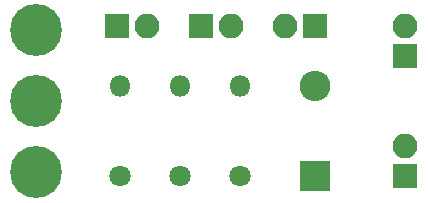
<source format=gbr>
G04 #@! TF.FileFunction,Soldermask,Top*
%FSLAX46Y46*%
G04 Gerber Fmt 4.6, Leading zero omitted, Abs format (unit mm)*
G04 Created by KiCad (PCBNEW 4.0.6) date 2018 January 14, Sunday 15:25:02*
%MOMM*%
%LPD*%
G01*
G04 APERTURE LIST*
%ADD10C,0.100000*%
%ADD11R,2.600000X2.600000*%
%ADD12O,2.600000X2.600000*%
%ADD13R,2.100000X2.100000*%
%ADD14O,2.100000X2.100000*%
%ADD15C,1.800000*%
%ADD16O,1.800000X1.800000*%
%ADD17C,4.400000*%
G04 APERTURE END LIST*
D10*
D11*
X151130000Y-109220000D03*
D12*
X151130000Y-101600000D03*
D13*
X141478000Y-96520000D03*
D14*
X144018000Y-96520000D03*
D13*
X158750000Y-99060000D03*
D14*
X158750000Y-96520000D03*
D13*
X151130000Y-96520000D03*
D14*
X148590000Y-96520000D03*
D13*
X158750000Y-109220000D03*
D14*
X158750000Y-106680000D03*
D15*
X139700000Y-109220000D03*
D16*
X139700000Y-101600000D03*
D15*
X144780000Y-109220000D03*
D16*
X144780000Y-101600000D03*
D15*
X134620000Y-109220000D03*
D16*
X134620000Y-101600000D03*
D17*
X127508000Y-108870000D03*
X127508000Y-102870000D03*
X127508000Y-96870000D03*
D13*
X134366000Y-96520000D03*
D14*
X136906000Y-96520000D03*
M02*

</source>
